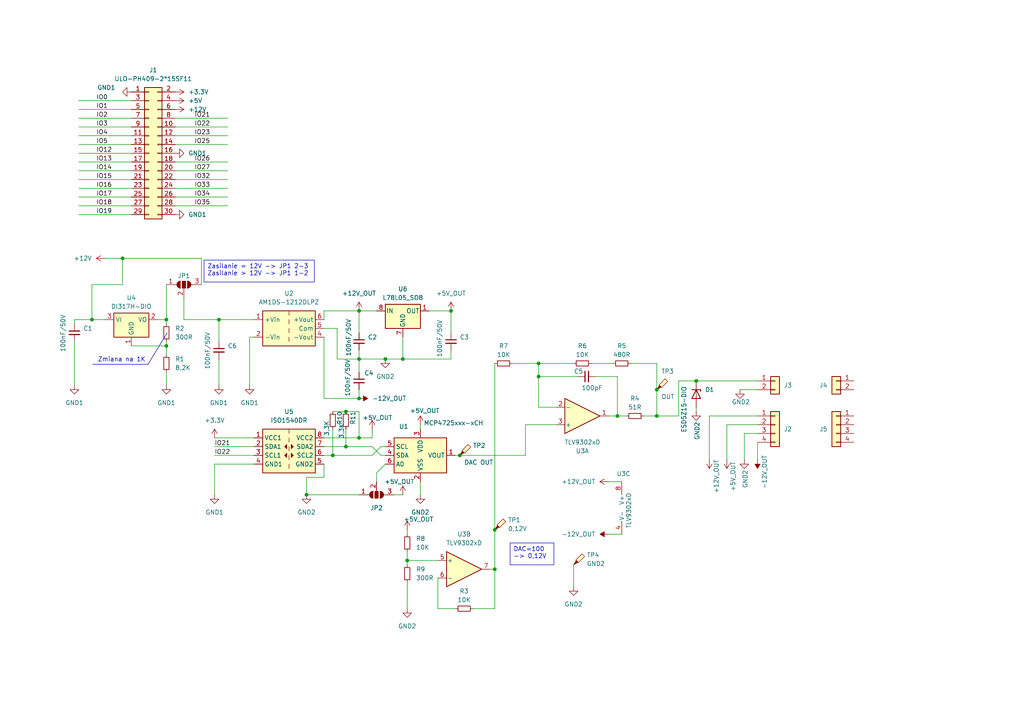
<source format=kicad_sch>
(kicad_sch (version 20231120) (generator "eeschema") (generator_version "8.0")
  (paper "A4")
  (title_block (title "OUT_0-10V") (date "2025-08-07") (rev "1.0.0") (company "Krzychoooo"))
  (lib_symbols
    (symbol "+12V_1" (power) (pin_numbers hide) (pin_names (offset 0) hide)
      (property "Value" "+12V" (at 0 3.556 0))
      (symbol "+12V_1_0_1"
        (polyline (pts (xy -0.762 1.27) (xy 0 2.54)))
        (polyline (pts (xy 0 0) (xy 0 2.54)))
        (polyline (pts (xy 0 2.54) (xy 0.762 1.27)))
      )
      (symbol "+12V_1_1_1"
        (pin power_in line (at 0 0 90) (length 0) (name "~") (number "1"))
      )
    )
    (symbol "+5V_1" (power) (pin_numbers hide) (pin_names (offset 0) hide)
      (property "Value" "+5V" (at 0 3.556 0))
      (symbol "+5V_1_0_1"
        (polyline (pts (xy -0.762 1.27) (xy 0 2.54)))
        (polyline (pts (xy 0 0) (xy 0 2.54)))
        (polyline (pts (xy 0 2.54) (xy 0.762 1.27)))
      )
      (symbol "+5V_1_1_1"
        (pin power_in line (at 0 0 90) (length 0) (name "~") (number "1"))
      )
    )
    (symbol "Amplifier_Operational:TLV9302xD" (pin_names (offset 0.127))
      (property "Reference" "U" (at 0 5.08 0))
      (property "Value" "TLV9302xD" (at 0 -5.08 0))
      (symbol "TLV9302xD_1_1"
        (polyline (pts (xy -5.08 5.08) (xy 5.08 0) (xy -5.08 -5.08) (xy -5.08 5.08)) (stroke (width 0.254)) (fill (type background)))
        (pin output line (at 7.62 0 180) (length 2.54) (name "~") (number "1"))
        (pin input line (at -7.62 -2.54 0) (length 2.54) (name "-") (number "2"))
        (pin input line (at -7.62 2.54 0) (length 2.54) (name "+") (number "3"))
      )
      (symbol "TLV9302xD_2_1"
        (polyline (pts (xy -5.08 5.08) (xy 5.08 0) (xy -5.08 -5.08) (xy -5.08 5.08)) (stroke (width 0.254)) (fill (type background)))
        (pin input line (at -7.62 2.54 0) (length 2.54) (name "+") (number "5"))
        (pin input line (at -7.62 -2.54 0) (length 2.54) (name "-") (number "6"))
        (pin output line (at 7.62 0 180) (length 2.54) (name "~") (number "7"))
      )
      (symbol "TLV9302xD_3_1"
        (pin power_in line (at -2.54 -7.62 90) (length 3.81) (name "V-") (number "4"))
        (pin power_in line (at -2.54 7.62 270) (length 3.81) (name "V+") (number "8"))
      )
    )
    (symbol "Analog_DAC:MCP4725xxx-xCH"
      (property "Reference" "U" (at -6.35 6.35 0))
      (property "Value" "MCP4725xxx-xCH" (at 8.89 6.35 0))
      (symbol "MCP4725xxx-xCH_0_1"
        (rectangle (start -7.62 5.08) (end 7.62 -5.08) (stroke (width 0.254)) (fill (type background)))
      )
      (symbol "MCP4725xxx-xCH_1_1"
        (pin output line (at 10.16 0 180) (length 2.54) (name "VOUT") (number "1"))
        (pin power_in line (at 0 -7.62 90) (length 2.54) (name "VSS") (number "2"))
        (pin power_in line (at 0 7.62 270) (length 2.54) (name "VDD") (number "3"))
        (pin bidirectional line (at -10.16 0 0) (length 2.54) (name "SDA") (number "4"))
        (pin input line (at -10.16 2.54 0) (length 2.54) (name "SCL") (number "5"))
        (pin input line (at -10.16 -2.54 0) (length 2.54) (name "A0") (number "6"))
      )
    )
    (symbol "Connector:TestPoint_Probe" (pin_numbers hide) (pin_names (offset 0.762) hide)
      (property "Reference" "TP" (at 1.651 5.842 0))
      (property "Value" "TestPoint_Probe" (at 1.651 4.064 0))
      (symbol "TestPoint_Probe_0_1"
        (polyline (pts (xy 1.27 0.762) (xy 0 0) (xy 0.762 1.27) (xy 1.27 0.762)) (fill (type outline)))
        (polyline (pts (xy 1.397 0.635) (xy 0.635 1.397) (xy 2.413 3.175) (xy 3.175 2.413) (xy 1.397 0.635)) (fill (type background)))
      )
      (symbol "TestPoint_Probe_1_1"
        (pin passive line (at 0 0 90) (length 0) (name "1") (number "1"))
      )
    )
    (symbol "Connector_Generic:Conn_01x02" (pin_names (offset 1.016) hide)
      (property "Reference" "J" (at 0 2.54 0))
      (property "Value" "Conn_01x02" (at 0 -5.08 0))
      (symbol "Conn_01x02_1_1"
        (rectangle (start -1.27 -2.413) (end 0 -2.667) (stroke (width 0.1524)))
        (rectangle (start -1.27 0.127) (end 0 -0.127) (stroke (width 0.1524)))
        (rectangle (start -1.27 1.27) (end 1.27 -3.81) (stroke (width 0.254)) (fill (type background)))
        (pin passive line (at -5.08 0 0) (length 3.81) (name "Pin_1") (number "1"))
        (pin passive line (at -5.08 -2.54 0) (length 3.81) (name "Pin_2") (number "2"))
      )
    )
    (symbol "Connector_Generic:Conn_01x04" (pin_names (offset 1.016) hide)
      (property "Reference" "J" (at 0 5.08 0))
      (property "Value" "Conn_01x04" (at 0 -7.62 0))
      (symbol "Conn_01x04_1_1"
        (rectangle (start -1.27 -4.953) (end 0 -5.207) (stroke (width 0.1524)))
        (rectangle (start -1.27 -2.413) (end 0 -2.667) (stroke (width 0.1524)))
        (rectangle (start -1.27 0.127) (end 0 -0.127) (stroke (width 0.1524)))
        (rectangle (start -1.27 2.667) (end 0 2.413) (stroke (width 0.1524)))
        (rectangle (start -1.27 3.81) (end 1.27 -6.35) (stroke (width 0.254)) (fill (type background)))
        (pin passive line (at -5.08 2.54 0) (length 3.81) (name "Pin_1") (number "1"))
        (pin passive line (at -5.08 0 0) (length 3.81) (name "Pin_2") (number "2"))
        (pin passive line (at -5.08 -2.54 0) (length 3.81) (name "Pin_3") (number "3"))
        (pin passive line (at -5.08 -5.08 0) (length 3.81) (name "Pin_4") (number "4"))
      )
    )
    (symbol "Connector_Generic:Conn_02x15_Odd_Even" (pin_names (offset 1.016) hide)
      (property "Reference" "J" (at 1.27 20.32 0))
      (property "Value" "Conn_02x15_Odd_Even" (at 1.27 -20.32 0))
      (symbol "Conn_02x15_Odd_Even_1_1"
        (rectangle (start -1.27 -17.653) (end 0 -17.907) (stroke (width 0.1524)))
        (rectangle (start -1.27 -15.113) (end 0 -15.367) (stroke (width 0.1524)))
        (rectangle (start -1.27 -12.573) (end 0 -12.827) (stroke (width 0.1524)))
        (rectangle (start -1.27 -10.033) (end 0 -10.287) (stroke (width 0.1524)))
        (rectangle (start -1.27 -7.493) (end 0 -7.747) (stroke (width 0.1524)))
        (rectangle (start -1.27 -4.953) (end 0 -5.207) (stroke (width 0.1524)))
        (rectangle (start -1.27 -2.413) (end 0 -2.667) (stroke (width 0.1524)))
        (rectangle (start -1.27 0.127) (end 0 -0.127) (stroke (width 0.1524)))
        (rectangle (start -1.27 2.667) (end 0 2.413) (stroke (width 0.1524)))
        (rectangle (start -1.27 5.207) (end 0 4.953) (stroke (width 0.1524)))
        (rectangle (start -1.27 7.747) (end 0 7.493) (stroke (width 0.1524)))
        (rectangle (start -1.27 10.287) (end 0 10.033) (stroke (width 0.1524)))
        (rectangle (start -1.27 12.827) (end 0 12.573) (stroke (width 0.1524)))
        (rectangle (start -1.27 15.367) (end 0 15.113) (stroke (width 0.1524)))
        (rectangle (start -1.27 17.907) (end 0 17.653) (stroke (width 0.1524)))
        (rectangle (start -1.27 19.05) (end 3.81 -19.05) (stroke (width 0.254)) (fill (type background)))
        (rectangle (start 3.81 -17.653) (end 2.54 -17.907) (stroke (width 0.1524)))
        (rectangle (start 3.81 -15.113) (end 2.54 -15.367) (stroke (width 0.1524)))
        (rectangle (start 3.81 -12.573) (end 2.54 -12.827) (stroke (width 0.1524)))
        (rectangle (start 3.81 -10.033) (end 2.54 -10.287) (stroke (width 0.1524)))
        (rectangle (start 3.81 -7.493) (end 2.54 -7.747) (stroke (width 0.1524)))
        (rectangle (start 3.81 -4.953) (end 2.54 -5.207) (stroke (width 0.1524)))
        (rectangle (start 3.81 -2.413) (end 2.54 -2.667) (stroke (width 0.1524)))
        (rectangle (start 3.81 0.127) (end 2.54 -0.127) (stroke (width 0.1524)))
        (rectangle (start 3.81 2.667) (end 2.54 2.413) (stroke (width 0.1524)))
        (rectangle (start 3.81 5.207) (end 2.54 4.953) (stroke (width 0.1524)))
        (rectangle (start 3.81 7.747) (end 2.54 7.493) (stroke (width 0.1524)))
        (rectangle (start 3.81 10.287) (end 2.54 10.033) (stroke (width 0.1524)))
        (rectangle (start 3.81 12.827) (end 2.54 12.573) (stroke (width 0.1524)))
        (rectangle (start 3.81 15.367) (end 2.54 15.113) (stroke (width 0.1524)))
        (rectangle (start 3.81 17.907) (end 2.54 17.653) (stroke (width 0.1524)))
        (pin passive line (at -5.08 17.78 0) (length 3.81) (name "Pin_1") (number "1"))
        (pin passive line (at 7.62 7.62 180) (length 3.81) (name "Pin_10") (number "10"))
        (pin passive line (at -5.08 5.08 0) (length 3.81) (name "Pin_11") (number "11"))
        (pin passive line (at 7.62 5.08 180) (length 3.81) (name "Pin_12") (number "12"))
        (pin passive line (at -5.08 2.54 0) (length 3.81) (name "Pin_13") (number "13"))
        (pin passive line (at 7.62 2.54 180) (length 3.81) (name "Pin_14") (number "14"))
        (pin passive line (at -5.08 0 0) (length 3.81) (name "Pin_15") (number "15"))
        (pin passive line (at 7.62 0 180) (length 3.81) (name "Pin_16") (number "16"))
        (pin passive line (at -5.08 -2.54 0) (length 3.81) (name "Pin_17") (number "17"))
        (pin passive line (at 7.62 -2.54 180) (length 3.81) (name "Pin_18") (number "18"))
        (pin passive line (at -5.08 -5.08 0) (length 3.81) (name "Pin_19") (number "19"))
        (pin passive line (at 7.62 17.78 180) (length 3.81) (name "Pin_2") (number "2"))
        (pin passive line (at 7.62 -5.08 180) (length 3.81) (name "Pin_20") (number "20"))
        (pin passive line (at -5.08 -7.62 0) (length 3.81) (name "Pin_21") (number "21"))
        (pin passive line (at 7.62 -7.62 180) (length 3.81) (name "Pin_22") (number "22"))
        (pin passive line (at -5.08 -10.16 0) (length 3.81) (name "Pin_23") (number "23"))
        (pin passive line (at 7.62 -10.16 180) (length 3.81) (name "Pin_24") (number "24"))
        (pin passive line (at -5.08 -12.7 0) (length 3.81) (name "Pin_25") (number "25"))
        (pin passive line (at 7.62 -12.7 180) (length 3.81) (name "Pin_26") (number "26"))
        (pin passive line (at -5.08 -15.24 0) (length 3.81) (name "Pin_27") (number "27"))
        (pin passive line (at 7.62 -15.24 180) (length 3.81) (name "Pin_28") (number "28"))
        (pin passive line (at -5.08 -17.78 0) (length 3.81) (name "Pin_29") (number "29"))
        (pin passive line (at -5.08 15.24 0) (length 3.81) (name "Pin_3") (number "3"))
        (pin passive line (at 7.62 -17.78 180) (length 3.81) (name "Pin_30") (number "30"))
        (pin passive line (at 7.62 15.24 180) (length 3.81) (name "Pin_4") (number "4"))
        (pin passive line (at -5.08 12.7 0) (length 3.81) (name "Pin_5") (number "5"))
        (pin passive line (at 7.62 12.7 180) (length 3.81) (name "Pin_6") (number "6"))
        (pin passive line (at -5.08 10.16 0) (length 3.81) (name "Pin_7") (number "7"))
        (pin passive line (at 7.62 10.16 180) (length 3.81) (name "Pin_8") (number "8"))
        (pin passive line (at -5.08 7.62 0) (length 3.81) (name "Pin_9") (number "9"))
      )
    )
    (symbol "Converter_DCDC:TMA-1212D"
      (property "Reference" "U" (at -6.35 6.35 0))
      (property "Value" "TMA-1212D" (at 2.54 6.35 0))
      (symbol "TMA-1212D_0_1"
        (rectangle (start -7.62 5.08) (end 7.62 -5.08) (stroke (width 0.254)) (fill (type background)))
        (polyline (pts (xy 0 -2.54) (xy 0 -3.81)))
        (polyline (pts (xy 0 0) (xy 0 -1.27)))
        (polyline (pts (xy 0 2.54) (xy 0 1.27)))
        (polyline (pts (xy 0 5.08) (xy 0 3.81)))
      )
      (symbol "TMA-1212D_1_1"
        (pin power_in line (at -10.16 2.54 0) (length 2.54) (name "+Vin") (number "1"))
        (pin power_in line (at -10.16 -2.54 0) (length 2.54) (name "-Vin") (number "2"))
        (pin power_out line (at 10.16 -2.54 180) (length 2.54) (name "-Vout") (number "4"))
        (pin power_out line (at 10.16 0 180) (length 2.54) (name "Com") (number "5"))
        (pin power_out line (at 10.16 2.54 180) (length 2.54) (name "+Vout") (number "6"))
      )
    )
    (symbol "Device:C_Small" (pin_numbers hide) (pin_names (offset 0.254) hide)
      (property "Reference" "C" (at 0.254 1.778 0))
      (property "Value" "C_Small" (at 0.254 -2.032 0))
      (symbol "C_Small_0_1"
        (polyline (pts (xy -1.524 -0.508) (xy 1.524 -0.508)) (stroke (width 0.3302)))
        (polyline (pts (xy -1.524 0.508) (xy 1.524 0.508)) (stroke (width 0.3048)))
      )
      (symbol "C_Small_1_1"
        (pin passive line (at 0 2.54 270) (length 2.032) (name "~") (number "1"))
        (pin passive line (at 0 -2.54 90) (length 2.032) (name "~") (number "2"))
      )
    )
    (symbol "Device:R_Small" (pin_numbers hide) (pin_names (offset 0.254) hide)
      (property "Reference" "R" (at 0.762 0.508 0))
      (property "Value" "R_Small" (at 0.762 -1.016 0))
      (symbol "R_Small_0_1"
        (rectangle (start -0.762 1.778) (end 0.762 -1.778) (stroke (width 0.2032)))
      )
      (symbol "R_Small_1_1"
        (pin passive line (at 0 2.54 270) (length 0.762) (name "~") (number "1"))
        (pin passive line (at 0 -2.54 90) (length 0.762) (name "~") (number "2"))
      )
    )
    (symbol "Diode:ESD5Zxx" (pin_numbers hide) (pin_names hide)
      (property "Reference" "D" (at 0 2.54 0))
      (property "Value" "ESD5Zxx" (at 0 -2.54 0))
      (symbol "ESD5Zxx_0_1"
        (polyline (pts (xy 1.27 0) (xy -1.27 0)))
        (polyline (pts (xy -1.27 -1.27) (xy -1.27 1.27) (xy -0.762 1.27)) (stroke (width 0.254)))
        (polyline (pts (xy 1.27 -1.27) (xy 1.27 1.27) (xy -1.27 0) (xy 1.27 -1.27)) (stroke (width 0.254)))
      )
      (symbol "ESD5Zxx_1_1"
        (pin passive line (at -3.81 0 0) (length 2.54) (name "K") (number "1"))
        (pin passive line (at 3.81 0 180) (length 2.54) (name "A") (number "2"))
      )
    )
    (symbol "Isolator:ISO1540"
      (property "Reference" "U" (at -6.35 6.35 0))
      (property "Value" "ISO1540" (at 3.81 6.35 0))
      (symbol "ISO1540_0_1"
        (rectangle (start -7.62 5.08) (end 7.62 -7.62) (stroke (width 0.254)) (fill (type background)))
        (rectangle (start 0 -5.08) (end 0 -6.35))
        (polyline (pts (xy 0 -2.54) (xy 0 -3.81)))
        (polyline (pts (xy 0 0) (xy 0 -1.27)))
        (polyline (pts (xy 0 2.54) (xy 0 1.27)))
        (polyline (pts (xy 0 5.08) (xy 0 3.81)))
        (polyline (pts (xy -0.635 0.635) (xy -1.27 0) (xy -0.635 -0.635) (xy -0.635 0.635)) (fill (type outline)))
        (polyline (pts (xy 0.635 -1.905) (xy 1.27 -2.54) (xy 0.635 -3.175) (xy 0.635 -1.905)) (fill (type outline)))
        (polyline (pts (xy 0.635 0.635) (xy 1.27 0) (xy 0.635 -0.635) (xy 0.635 0.635)) (fill (type outline)))
      )
      (symbol "ISO1540_1_1"
        (polyline (pts (xy -0.635 -1.905) (xy -1.27 -2.54) (xy -0.635 -3.175) (xy -0.635 -1.905)) (fill (type outline)))
        (pin power_in line (at -10.16 2.54 0) (length 2.54) (name "VCC1") (number "1"))
        (pin bidirectional line (at -10.16 0 0) (length 2.54) (name "SDA1") (number "2"))
        (pin bidirectional line (at -10.16 -2.54 0) (length 2.54) (name "SCL1") (number "3"))
        (pin power_in line (at -10.16 -5.08 0) (length 2.54) (name "GND1") (number "4"))
        (pin power_in line (at 10.16 -5.08 180) (length 2.54) (name "GND2") (number "5"))
        (pin bidirectional line (at 10.16 -2.54 180) (length 2.54) (name "SCL2") (number "6"))
        (pin bidirectional line (at 10.16 0 180) (length 2.54) (name "SDA2") (number "7"))
        (pin power_in line (at 10.16 2.54 180) (length 2.54) (name "VCC2") (number "8"))
      )
    )
    (symbol "Jumper:SolderJumper_3_Open" (pin_names (offset 0) hide) (exclude_from_sim yes) (in_bom no)
      (property "Reference" "JP" (at -2.54 -2.54 0))
      (property "Value" "SolderJumper_3_Open" (at 0 2.794 0))
      (symbol "SolderJumper_3_Open_0_1"
        (arc (start -1.016 1.016) (mid -2.0276 0) (end -1.016 -1.016))
        (arc (start -1.016 1.016) (mid -2.0276 0) (end -1.016 -1.016) (fill (type outline)))
        (rectangle (start -0.508 1.016) (end 0.508 -1.016) (fill (type outline)))
        (polyline (pts (xy -2.54 0) (xy -2.032 0)))
        (polyline (pts (xy -1.016 1.016) (xy -1.016 -1.016)))
        (polyline (pts (xy 0 -1.27) (xy 0 -1.016)))
        (polyline (pts (xy 1.016 1.016) (xy 1.016 -1.016)))
        (polyline (pts (xy 2.54 0) (xy 2.032 0)))
        (arc (start 1.016 -1.016) (mid 2.0276 0) (end 1.016 1.016))
        (arc (start 1.016 -1.016) (mid 2.0276 0) (end 1.016 1.016) (fill (type outline)))
      )
      (symbol "SolderJumper_3_Open_1_1"
        (pin passive line (at -5.08 0 0) (length 2.54) (name "A") (number "1"))
        (pin passive line (at 0 -3.81 90) (length 2.54) (name "C") (number "2"))
        (pin passive line (at 5.08 0 180) (length 2.54) (name "B") (number "3"))
      )
    )
    (symbol "Regulator_Linear:AMS1117-5.0"
      (property "Reference" "U" (at -3.81 3.175 0))
      (property "Value" "AMS1117-5.0" (at 0 3.175 0))
      (symbol "AMS1117-5.0_0_1"
        (rectangle (start -5.08 -5.08) (end 5.08 1.905) (stroke (width 0.254)) (fill (type background)))
      )
      (symbol "AMS1117-5.0_1_1"
        (pin power_in line (at 0 -7.62 90) (length 2.54) (name "GND") (number "1"))
        (pin power_out line (at 7.62 0 180) (length 2.54) (name "VO") (number "2"))
        (pin power_in line (at -7.62 0 0) (length 2.54) (name "VI") (number "3"))
      )
    )
    (symbol "Regulator_Linear:L78L05_SO8" (pin_names (offset 0.254))
      (property "Reference" "U" (at -3.81 3.175 0))
      (property "Value" "L78L05_SO8" (at 0 3.175 0))
      (symbol "L78L05_SO8_0_1"
        (rectangle (start -5.08 1.905) (end 5.08 -5.08) (stroke (width 0.254)) (fill (type background)))
      )
      (symbol "L78L05_SO8_1_1"
        (pin power_out line (at 7.62 0 180) (length 2.54) (name "OUT") (number "1"))
        (pin passive line (at 0 -7.62 90) (length 2.54) hide (name "GND") (number "2"))
        (pin passive line (at 0 -7.62 90) (length 2.54) hide (name "GND") (number "3"))
        (pin no_connect line (at -5.08 -2.54 0) (length 2.54) hide (name "NC") (number "4"))
        (pin no_connect line (at 5.08 -2.54 180) (length 2.54) hide (name "NC") (number "5"))
        (pin passive line (at 0 -7.62 90) (length 2.54) hide (name "GND") (number "6"))
        (pin power_in line (at 0 -7.62 90) (length 2.54) (name "GND") (number "7"))
        (pin power_in line (at -7.62 0 0) (length 2.54) (name "IN") (number "8"))
      )
    )
    (symbol "power:+12V" (power) (pin_names (offset 0))
      (property "Value" "+12V" (at 0 3.556 0))
      (symbol "+12V_0_1"
        (polyline (pts (xy -0.762 1.27) (xy 0 2.54)))
        (polyline (pts (xy 0 0) (xy 0 2.54)))
        (polyline (pts (xy 0 2.54) (xy 0.762 1.27)))
      )
      (symbol "+12V_1_1"
        (pin power_in line (at 0 0 90) (length 0) hide (name "+12V") (number "1"))
      )
    )
    (symbol "power:+3.3V" (power) (pin_names (offset 0))
      (property "Value" "+3.3V" (at 0 3.556 0))
      (symbol "+3.3V_0_1"
        (polyline (pts (xy -0.762 1.27) (xy 0 2.54)))
        (polyline (pts (xy 0 0) (xy 0 2.54)))
        (polyline (pts (xy 0 2.54) (xy 0.762 1.27)))
      )
      (symbol "+3.3V_1_1"
        (pin power_in line (at 0 0 90) (length 0) hide (name "+3.3V") (number "1"))
      )
    )
    (symbol "power:+5V" (power) (pin_names (offset 0))
      (property "Value" "+5V" (at 0 3.556 0))
      (symbol "+5V_0_1"
        (polyline (pts (xy -0.762 1.27) (xy 0 2.54)))
        (polyline (pts (xy 0 0) (xy 0 2.54)))
        (polyline (pts (xy 0 2.54) (xy 0.762 1.27)))
      )
      (symbol "+5V_1_1"
        (pin power_in line (at 0 0 90) (length 0) hide (name "+5V") (number "1"))
      )
    )
    (symbol "power:-12V" (power) (pin_numbers hide) (pin_names (offset 0) hide)
      (property "Value" "-12V" (at 0 3.556 0))
      (symbol "-12V_0_0"
        (pin power_in line (at 0 0 90) (length 0) (name "~") (number "1"))
      )
      (symbol "-12V_0_1"
        (polyline (pts (xy 0 0) (xy 0 1.27) (xy 0.762 1.27) (xy 0 2.54) (xy -0.762 1.27) (xy 0 1.27)) (fill (type outline)))
      )
    )
    (symbol "power:GND" (power) (pin_names (offset 0))
      (property "Value" "GND" (at 0 -3.81 0))
      (symbol "GND_0_1"
        (polyline (pts (xy 0 0) (xy 0 -1.27) (xy 1.27 -1.27) (xy 0 -2.54) (xy -1.27 -1.27) (xy 0 -1.27)))
      )
      (symbol "GND_1_1"
        (pin power_in line (at 0 0 270) (length 0) hide (name "GND") (number "1"))
      )
    )
    (symbol "power:GND1" (power) (pin_numbers hide) (pin_names (offset 0) hide)
      (property "Value" "GND1" (at 0 -3.81 0))
      (symbol "GND1_0_1"
        (polyline (pts (xy 0 0) (xy 0 -1.27) (xy 1.27 -1.27) (xy 0 -2.54) (xy -1.27 -1.27) (xy 0 -1.27)))
      )
      (symbol "GND1_1_1"
        (pin power_in line (at 0 0 270) (length 0) (name "~") (number "1"))
      )
    )
    (symbol "power:GND2" (power) (pin_numbers hide) (pin_names (offset 0) hide)
      (property "Value" "GND2" (at 0 -3.81 0))
      (symbol "GND2_0_1"
        (polyline (pts (xy 0 0) (xy 0 -1.27) (xy 1.27 -1.27) (xy 0 -2.54) (xy -1.27 -1.27) (xy 0 -1.27)))
      )
      (symbol "GND2_1_1"
        (pin power_in line (at 0 0 270) (length 0) (name "~") (number "1"))
      )
    )
  )
  (junction (at 201.93 110.49))
  (junction (at 88.9 143.51))
  (junction (at 179.07 120.65))
  (junction (at 116.84 104.14))
  (junction (at 143.51 153.67))
  (junction (at 104.14 104.14))
  (junction (at 100.33 129.54))
  (junction (at 96.52 132.08))
  (junction (at 35.56 74.93))
  (junction (at 156.21 109.22))
  (junction (at 156.21 105.41))
  (junction (at 143.51 165.1))
  (junction (at 48.26 100.33))
  (junction (at 63.5 92.71))
  (junction (at 118.11 162.56))
  (junction (at 190.5 120.65))
  (junction (at 190.5 113.03))
  (junction (at 48.26 92.71))
  (junction (at 100.33 119.38))
  (junction (at 133.35 132.08))
  (junction (at 130.81 90.17))
  (junction (at 104.14 90.17))
  (junction (at 104.14 115.57))
  (junction (at 26.67 92.71))
  (junction (at 104.14 127))
  (junction (at 111.76 104.14))
  (wire (pts (xy 22.86 29.21) (xy 38.1 29.21)))
  (wire (pts (xy 66.04 46.99) (xy 50.8 46.99)))
  (wire (pts (xy 22.86 34.29) (xy 38.1 34.29)))
  (wire (pts (xy 152.4 132.08) (xy 152.4 123.19)))
  (wire (pts (xy 133.35 132.08) (xy 152.4 132.08)))
  (wire (pts (xy 109.22 137.16) (xy 109.22 139.7)))
  (wire (pts (xy 48.26 100.33) (xy 48.26 102.87)))
  (wire (pts (xy 201.93 118.11) (xy 201.93 119.38)))
  (wire (pts (xy 22.86 39.37) (xy 38.1 39.37)))
  (wire (pts (xy 110.49 132.08) (xy 111.76 132.08)))
  (wire (pts (xy 26.67 92.71) (xy 26.67 82.55)))
  (wire (pts (xy 26.67 82.55) (xy 35.56 82.55)))
  (wire (pts (xy 118.11 162.56) (xy 118.11 163.83)))
  (wire (pts (xy 88.9 138.43) (xy 93.98 138.43)))
  (wire (pts (xy 190.5 113.03) (xy 190.5 120.65)))
  (wire (pts (xy 116.84 97.79) (xy 116.84 104.14)))
  (wire (pts (xy 210.82 123.19) (xy 219.71 123.19)))
  (wire (pts (xy 66.04 54.61) (xy 50.8 54.61)))
  (wire (pts (xy 22.86 49.53) (xy 38.1 49.53)))
  (wire (pts (xy 66.04 49.53) (xy 50.8 49.53)))
  (wire (pts (xy 100.33 119.38) (xy 104.14 119.38)))
  (wire (pts (xy 88.9 143.51) (xy 104.14 143.51)))
  (wire (pts (xy 93.98 134.62) (xy 93.98 138.43)))
  (wire (pts (xy 62.23 127) (xy 73.66 127)))
  (wire (pts (xy 156.21 109.22) (xy 167.64 109.22)))
  (wire (pts (xy 107.95 132.08) (xy 110.49 129.54)))
  (wire (pts (xy 48.26 82.55) (xy 48.26 92.71)))
  (wire (pts (xy 30.48 92.71) (xy 26.67 92.71)))
  (wire (pts (xy 66.04 59.69) (xy 50.8 59.69)))
  (wire (pts (xy 35.56 74.93) (xy 58.42 74.93)))
  (wire (pts (xy 118.11 162.56) (xy 127 162.56)))
  (wire (pts (xy 96.52 119.38) (xy 100.33 119.38)))
  (wire (pts (xy 219.71 128.27) (xy 219.71 133.35)))
  (wire (pts (xy 100.33 129.54) (xy 107.95 129.54)))
  (wire (pts (xy 148.59 105.41) (xy 156.21 105.41)))
  (wire (pts (xy 130.81 90.17) (xy 124.46 90.17)))
  (wire (pts (xy 121.92 123.19) (xy 121.92 124.46)))
  (wire (pts (xy 96.52 132.08) (xy 107.95 132.08)))
  (wire (pts (xy 93.98 95.25) (xy 97.79 95.25)))
  (wire (pts (xy 73.66 97.79) (xy 72.39 97.79)))
  (wire (pts (xy 104.14 115.57) (xy 93.98 115.57)))
  (wire (pts (xy 176.53 139.7) (xy 180.34 139.7)))
  (wire (pts (xy 62.23 129.54) (xy 73.66 129.54)))
  (wire (pts (xy 63.5 92.71) (xy 73.66 92.71)))
  (wire (pts (xy 22.86 44.45) (xy 38.1 44.45)))
  (wire (pts (xy 62.23 132.08) (xy 73.66 132.08)))
  (wire (pts (xy 118.11 168.91) (xy 118.11 176.53)))
  (wire (pts (xy 156.21 105.41) (xy 156.21 109.22)))
  (wire (pts (xy 22.86 52.07) (xy 38.1 52.07)))
  (wire (pts (xy 156.21 118.11) (xy 161.29 118.11)))
  (wire (pts (xy 171.45 105.41) (xy 177.8 105.41)))
  (wire (pts (xy 121.92 139.7) (xy 121.92 143.51)))
  (wire (pts (xy 114.3 143.51) (xy 116.84 143.51)))
  (wire (pts (xy 63.5 92.71) (xy 63.5 99.06)))
  (wire (pts (xy 22.86 54.61) (xy 38.1 54.61)))
  (wire (pts (xy 63.5 104.14) (xy 63.5 111.76)))
  (wire (pts (xy 22.86 62.23) (xy 38.1 62.23)))
  (wire (pts (xy 93.98 129.54) (xy 100.33 129.54)))
  (wire (pts (xy 53.34 92.71) (xy 63.5 92.71)))
  (wire (pts (xy 22.86 41.91) (xy 38.1 41.91)))
  (wire (pts (xy 58.42 82.55) (xy 58.42 74.93)))
  (wire (pts (xy 111.76 134.62) (xy 109.22 137.16)))
  (wire (pts (xy 48.26 93.98) (xy 48.26 92.71)))
  (wire (pts (xy 110.49 132.08) (xy 107.95 129.54)))
  (wire (pts (xy 143.51 105.41) (xy 143.51 153.67)))
  (wire (pts (xy 196.85 110.49) (xy 196.85 120.65)))
  (wire (pts (xy 22.86 46.99) (xy 38.1 46.99)))
  (wire (pts (xy 88.9 138.43) (xy 88.9 143.51)))
  (wire (pts (xy 93.98 127) (xy 104.14 127)))
  (wire (pts (xy 93.98 90.17) (xy 104.14 90.17)))
  (wire (pts (xy 176.53 120.65) (xy 179.07 120.65)))
  (wire (pts (xy 143.51 153.67) (xy 143.51 165.1)))
  (wire (pts (xy 205.74 133.35) (xy 205.74 120.65)))
  (wire (pts (xy 53.34 86.36) (xy 53.34 92.71)))
  (wire (pts (xy 156.21 105.41) (xy 166.37 105.41)))
  (wire (pts (xy 118.11 153.67) (xy 118.11 154.94)))
  (wire (pts (xy 35.56 82.55) (xy 35.56 74.93)))
  (wire (pts (xy 215.9 125.73) (xy 219.71 125.73)))
  (wire (pts (xy 210.82 133.35) (xy 210.82 123.19)))
  (wire (pts (xy 62.23 143.51) (xy 62.23 134.62)))
  (wire (pts (xy 66.04 39.37) (xy 50.8 39.37)))
  (wire (pts (xy 104.14 104.14) (xy 111.76 104.14)))
  (polyline (pts (xy 26.924 105.664) (xy 42.926 105.664)))
  (wire (pts (xy 66.04 57.15) (xy 50.8 57.15)))
  (wire (pts (xy 215.9 133.35) (xy 215.9 125.73)))
  (wire (pts (xy 22.86 31.75) (xy 38.1 31.75)))
  (wire (pts (xy 38.1 100.33) (xy 48.26 100.33)))
  (wire (pts (xy 21.59 92.71) (xy 26.67 92.71)))
  (wire (pts (xy 127 176.53) (xy 127 167.64)))
  (wire (pts (xy 110.49 129.54) (xy 111.76 129.54)))
  (wire (pts (xy 21.59 93.98) (xy 21.59 92.71)))
  (wire (pts (xy 205.74 120.65) (xy 219.71 120.65)))
  (wire (pts (xy 104.14 119.38) (xy 104.14 127)))
  (wire (pts (xy 107.95 124.46) (xy 107.95 127)))
  (wire (pts (xy 190.5 105.41) (xy 190.5 113.03)))
  (polyline (pts (xy 42.926 105.664) (xy 48.514 96.52)))
  (wire (pts (xy 116.84 104.14) (xy 111.76 104.14)))
  (wire (pts (xy 132.08 176.53) (xy 127 176.53)))
  (wire (pts (xy 130.81 96.52) (xy 130.81 90.17)))
  (wire (pts (xy 186.69 120.65) (xy 190.5 120.65)))
  (wire (pts (xy 104.14 101.6) (xy 104.14 104.14)))
  (wire (pts (xy 22.86 57.15) (xy 38.1 57.15)))
  (wire (pts (xy 30.48 74.93) (xy 35.56 74.93)))
  (wire (pts (xy 93.98 132.08) (xy 96.52 132.08)))
  (wire (pts (xy 66.04 52.07) (xy 50.8 52.07)))
  (wire (pts (xy 143.51 165.1) (xy 143.51 176.53)))
  (wire (pts (xy 62.23 134.62) (xy 73.66 134.62)))
  (wire (pts (xy 66.04 36.83) (xy 50.8 36.83)))
  (wire (pts (xy 143.51 165.1) (xy 142.24 165.1)))
  (wire (pts (xy 143.51 176.53) (xy 137.16 176.53)))
  (wire (pts (xy 179.07 109.22) (xy 179.07 120.65)))
  (wire (pts (xy 182.88 105.41) (xy 190.5 105.41)))
  (wire (pts (xy 104.14 90.17) (xy 109.22 90.17)))
  (wire (pts (xy 132.08 132.08) (xy 133.35 132.08)))
  (wire (pts (xy 100.33 124.46) (xy 100.33 129.54)))
  (wire (pts (xy 196.85 120.65) (xy 190.5 120.65)))
  (wire (pts (xy 66.04 34.29) (xy 50.8 34.29)))
  (wire (pts (xy 104.14 113.03) (xy 104.14 115.57)))
  (wire (pts (xy 97.79 95.25) (xy 97.79 104.14)))
  (wire (pts (xy 130.81 104.14) (xy 116.84 104.14)))
  (wire (pts (xy 118.11 160.02) (xy 118.11 162.56)))
  (wire (pts (xy 48.26 100.33) (xy 48.26 99.06)))
  (wire (pts (xy 104.14 96.52) (xy 104.14 90.17)))
  (wire (pts (xy 66.04 41.91) (xy 50.8 41.91)))
  (wire (pts (xy 72.39 97.79) (xy 72.39 111.76)))
  (wire (pts (xy 152.4 123.19) (xy 161.29 123.19)))
  (wire (pts (xy 156.21 109.22) (xy 156.21 118.11)))
  (wire (pts (xy 21.59 99.06) (xy 21.59 111.76)))
  (wire (pts (xy 130.81 101.6) (xy 130.81 104.14)))
  (wire (pts (xy 179.07 120.65) (xy 181.61 120.65)))
  (wire (pts (xy 201.93 110.49) (xy 219.71 110.49)))
  (wire (pts (xy 96.52 124.46) (xy 96.52 132.08)))
  (wire (pts (xy 104.14 127) (xy 107.95 127)))
  (wire (pts (xy 93.98 92.71) (xy 93.98 90.17)))
  (wire (pts (xy 201.93 110.49) (xy 196.85 110.49)))
  (wire (pts (xy 166.37 163.83) (xy 166.37 170.18)))
  (wire (pts (xy 214.63 113.03) (xy 219.71 113.03)))
  (wire (pts (xy 97.79 104.14) (xy 104.14 104.14)))
  (wire (pts (xy 22.86 59.69) (xy 38.1 59.69)))
  (wire (pts (xy 48.26 92.71) (xy 45.72 92.71)))
  (wire (pts (xy 176.53 154.94) (xy 180.34 154.94)))
  (wire (pts (xy 22.86 36.83) (xy 38.1 36.83)))
  (wire (pts (xy 48.26 107.95) (xy 48.26 111.76)))
  (wire (pts (xy 104.14 104.14) (xy 104.14 107.95)))
  (wire (pts (xy 93.98 115.57) (xy 93.98 97.79)))
  (wire (pts (xy 172.72 109.22) (xy 179.07 109.22)))
  (text_box "Zasilanie = 12V -> JP1 2-3\nZasilanie > 12V -> JP1 1-2" (at 59.182 75.438 0) (size 32.004 6.35) (effects (font (size 1.27 1.27)) (justify left top)))
  (text_box "DAC=100 -> 0,12V" (at 147.955 157.48 0) (size 12.7 6.35) (effects (font (size 1.27 1.27)) (justify left top)))
  (text "Zmiana na 1K" (at 35.306 104.394 0) (effects (font (size 1.27 1.27))))
  (label "IO35" (at 60.96 59.69 180))
  (label "IO2" (at 27.94 34.29 0))
  (label "IO26" (at 60.96 46.99 180))
  (label "IO4" (at 27.94 39.37 0))
  (label "IO34" (at 60.96 57.15 180))
  (label "IO0" (at 27.94 29.21 0))
  (label "IO5" (at 27.94 41.91 0))
  (label "IO33" (at 60.96 54.61 180))
  (label "IO1" (at 27.94 31.75 0))
  (label "IO15" (at 27.94 52.07 0))
  (label "IO13" (at 27.94 46.99 0))
  (label "IO18" (at 27.94 59.69 0))
  (label "IO17" (at 27.94 57.15 0))
  (label "IO14" (at 27.94 49.53 0))
  (label "IO16" (at 27.94 54.61 0))
  (label "IO22" (at 60.96 36.83 180))
  (label "IO32" (at 60.96 52.07 180))
  (label "IO23" (at 60.96 39.37 180))
  (label "IO21" (at 60.96 34.29 180))
  (label "IO25" (at 60.96 41.91 180))
  (label "IO27" (at 60.96 49.53 180))
  (label "IO3" (at 27.94 36.83 0))
  (label "IO21" (at 62.23 129.54 0))
  (label "IO12" (at 27.94 44.45 0))
  (label "IO19" (at 27.94 62.23 0))
  (label "IO22" (at 62.23 132.08 0))
  (symbol (lib_id "Analog_DAC:MCP4725xxx-xCH") (at 121.92 132.08 0) (unit 1)
    (property "Reference" "U1" (at 117.094 123.698 0))
    (property "Value" "MCP4725xxx-xCH" (at 131.572 122.682 0))
    (property "Footprint" "Package_TO_SOT_SMD:SOT-23-6" (effects (hide yes)))
    (property "Datasheet" "http://ww1.microchip.com/downloads/en/DeviceDoc/22039d.pdf" (effects (hide yes)))
    (property "Description" "12-bit Digital-to-Analog Converter, integrated EEPROM, I2C interface, SOT-23-6" (effects (hide yes)))
    (property "TME" "MCP4725A0T-E/CH" (effects (hide yes)))
    (property "cena" "5" (effects (hide yes)))
  )
  (symbol (lib_id "power:GND1") (at 21.59 111.76 0) (unit 1)
    (property "Reference" "#PWR010" (effects (hide yes)))
    (property "Value" "GND1" (at 21.59 116.84 0))
    (property "Description" "Power symbol creates a global label with name \"GND1\" , ground" (effects (hide yes)))
  )
  (symbol (lib_id "Device:R_Small") (at 100.33 121.92 180) (unit 1)
    (property "Reference" "R11" (at 102.362 123.19 90) (effects (justify right)))
    (property "Value" "3,3K" (at 99.06 127.254 90) (effects (justify right)))
    (property "Footprint" "Resistor_SMD:R_0603_1608Metric" (effects (hide yes)))
    (property "Description" "Resistor, small symbol" (effects (hide yes)))
    (property "TME" "0603SAF3301T5E" (effects (hide yes)))
    (property "cena" "0,004" (effects (hide yes)))
  )
  (symbol (lib_id "Amplifier_Operational:TLV9302xD") (at 182.88 147.32 0) (unit 3)
    (property "Reference" "U3" (at 180.848 137.414 0))
    (property "Value" "TLV9302xD" (at 182.372 148.082 90))
    (property "Footprint" "Package_SO:SOIC-8_3.9x4.9mm_P1.27mm" (effects (hide yes)))
    (property "Datasheet" "https://www.ti.com/lit/ds/symlink/tlv9302.pdf" (effects (hide yes)))
    (property "Description" "40-V, 1-MHz, RRO Operational Amplifiers for Cost-Sensitive Systems, SOIC-8" (effects (hide yes)))
    (property "TME" "TLV9302IDR" (effects (hide yes)))
    (property "cena" "1,6" (effects (hide yes)))
  )
  (symbol (lib_id "power:GND2") (at 201.93 119.38 0) (unit 1)
    (property "Reference" "#PWR033" (effects (hide yes)))
    (property "Value" "GND2" (at 202.184 124.968 90))
    (property "Description" "Power symbol creates a global label with name \"GND2\" , ground" (effects (hide yes)))
  )
  (symbol (lib_id "Device:C_Small") (at 63.5 101.6 0) (unit 1)
    (property "Reference" "C6" (at 66.04 100.3362 0) (effects (justify left)))
    (property "Value" "100nF/50V" (at 60.198 107.188 90) (effects (justify left)))
    (property "Footprint" "Capacitor_SMD:C_0603_1608Metric" (effects (hide yes)))
    (property "Description" "Unpolarized capacitor, small symbol" (effects (hide yes)))
    (property "TME" "0603B104K500CT" (effects (hide yes)))
    (property "cena" "0,009" (effects (hide yes)))
  )
  (symbol (lib_id "Device:R_Small") (at 180.34 105.41 90) (unit 1)
    (property "Reference" "R5" (at 180.34 100.33 90))
    (property "Value" "480R" (at 180.34 102.87 90))
    (property "Footprint" "Resistor_SMD:R_0603_1608Metric" (effects (hide yes)))
    (property "Description" "Resistor, small symbol" (effects (hide yes)))
    (property "TME" "SMD0603-470R-1%" (effects (hide yes)))
    (property "cena" "0,005" (effects (hide yes)))
  )
  (symbol (lib_id "Isolator:ISO1540") (at 83.82 129.54 0) (unit 1)
    (property "Reference" "U5" (at 83.82 119.38 0))
    (property "Value" "ISO1540DR" (at 83.82 121.92 0))
    (property "Footprint" "Package_SO:SOIC-8_3.9x4.9mm_P1.27mm" (effects (hide yes)))
    (property "Datasheet" "http://www.ti.com/lit/ds/symlink/iso1541.pdf" (effects (hide yes)))
    (property "Description" "I2C Isolator, 2.5 kVrms, Bidirectional clock and data, SOIC-8" (effects (hide yes)))
    (property "TME" "ISO1540DR" (effects (hide yes)))
    (property "cena" "11,5" (effects (hide yes)))
  )
  (symbol (lib_id "Connector:TestPoint_Probe") (at 143.51 153.67 0) (unit 1)
    (property "Reference" "TP1" (at 147.32 150.8124 0) (effects (justify left)))
    (property "Value" "0,12V" (at 147.32 153.3524 0) (effects (justify left)))
    (property "Footprint" "TestPoint:TestPoint_THTPad_1.5x1.5mm_Drill0.7mm" (effects (hide yes)))
    (property "Description" "test point (alternative probe-style design)" (effects (hide yes)))
  )
  (symbol (lib_name "+5V_1") (lib_id "power:+5V") (at 130.81 90.17 0) (unit 1)
    (property "Reference" "#PWR015" (effects (hide yes)))
    (property "Value" "+5V_OUT" (at 130.81 85.09 0))
    (property "Description" "Power symbol creates a global label with name \"+5V\"" (effects (hide yes)))
  )
  (symbol (lib_id "Device:R_Small") (at 134.62 176.53 90) (unit 1)
    (property "Reference" "R3" (at 134.62 171.45 90))
    (property "Value" "10K" (at 134.62 173.99 90))
    (property "Footprint" "Resistor_SMD:R_0603_1608Metric" (effects (hide yes)))
    (property "Description" "Resistor, small symbol" (effects (hide yes)))
    (property "TME" "SMD0603-10K-1%" (effects (hide yes)))
    (property "cena" "0,004" (effects (hide yes)))
  )
  (symbol (lib_id "power:GND2") (at 166.37 170.18 0) (unit 1)
    (property "Reference" "#PWR025" (effects (hide yes)))
    (property "Value" "GND2" (at 166.37 175.26 0))
    (property "Description" "Power symbol creates a global label with name \"GND2\" , ground" (effects (hide yes)))
  )
  (symbol (lib_id "Connector_Generic:Conn_01x04") (at 224.79 123.19 0) (unit 1)
    (property "Reference" "J2" (at 227.33 124.4599 0) (effects (justify left)))
    (property "Value" "OQ0412500000G" (effects (hide yes)))
    (property "Footprint" "degson:15EDGVC-3.5-04P" (effects (hide yes)))
    (property "Description" "Generic connector, single row, 01x04, script generated (kicad-library-utils/schlib/autogen/connector/)" (effects (hide yes)))
    (property "TME" "OQ0412500000G" (effects (hide yes)))
    (property "cena" "2" (effects (hide yes)))
  )
  (symbol (lib_id "power:+3.3V") (at 50.8 26.67 270) (unit 1)
    (property "Reference" "#PWR02" (effects (hide yes)))
    (property "Value" "+3.3V" (at 54.61 26.67 90) (effects (justify left)))
  )
  (symbol (lib_id "power:-12V") (at 104.14 115.57 270) (unit 1)
    (property "Reference" "#PWR016" (effects (hide yes)))
    (property "Value" "-12V_OUT" (at 107.95 115.5699 90) (effects (justify left)))
    (property "Description" "Power symbol creates a global label with name \"-12V\"" (effects (hide yes)))
  )
  (symbol (lib_id "Amplifier_Operational:TLV9302xD") (at 168.91 120.65 0) (mirror x) (unit 1)
    (property "Reference" "U3" (at 168.91 130.81 0))
    (property "Value" "TLV9302xD" (at 168.91 128.27 0))
    (property "Footprint" "Package_SO:SOIC-8_3.9x4.9mm_P1.27mm" (effects (hide yes)))
    (property "Datasheet" "https://www.ti.com/lit/ds/symlink/tlv9302.pdf" (effects (hide yes)))
    (property "Description" "40-V, 1-MHz, RRO Operational Amplifiers for Cost-Sensitive Systems, SOIC-8" (effects (hide yes)))
    (property "TME" "TLV9302IDR" (effects (hide yes)))
    (property "cena" "1,6" (effects (hide yes)))
  )
  (symbol (lib_id "Device:R_Small") (at 48.26 105.41 0) (unit 1)
    (property "Reference" "R1" (at 50.8 104.1399 0) (effects (justify left)))
    (property "Value" "8,2K" (at 50.8 106.6799 0) (effects (justify left)))
    (property "Footprint" "Resistor_SMD:R_0603_1608Metric" (effects (hide yes)))
    (property "Description" "Resistor, small symbol" (effects (hide yes)))
    (property "TME" "WR06X8201FTL" (effects (hide yes)))
    (property "cena" "0,007" (effects (hide yes)))
  )
  (symbol (lib_id "power:GND2") (at 121.92 143.51 0) (unit 1)
    (property "Reference" "#PWR019" (effects (hide yes)))
    (property "Value" "GND2" (at 121.92 148.59 0))
    (property "Description" "Power symbol creates a global label with name \"GND2\" , ground" (effects (hide yes)))
  )
  (symbol (lib_id "power:GND2") (at 111.76 104.14 0) (unit 1)
    (property "Reference" "#PWR013" (effects (hide yes)))
    (property "Value" "GND2" (at 111.76 109.22 0))
    (property "Description" "Power symbol creates a global label with name \"GND2\" , ground" (effects (hide yes)))
  )
  (symbol (lib_name "+5V_1") (lib_id "power:+5V") (at 121.92 123.19 0) (unit 1)
    (property "Reference" "#PWR021" (effects (hide yes)))
    (property "Value" "+5V_OUT" (at 123.19 119.126 0))
    (property "Description" "Power symbol creates a global label with name \"+5V\"" (effects (hide yes)))
  )
  (symbol (lib_id "Device:C_Small") (at 170.18 109.22 90) (unit 1)
    (property "Reference" "C5" (at 169.164 107.696 90) (effects (justify left)))
    (property "Value" "100pF" (at 174.752 112.522 90) (effects (justify left)))
    (property "Footprint" "Capacitor_SMD:C_0603_1608Metric" (effects (hide yes)))
    (property "Description" "Unpolarized capacitor, small symbol" (effects (hide yes)))
    (property "TME" "0603N101J500CT" (effects (hide yes)))
    (property "cena" "0,018" (effects (hide yes)))
  )
  (symbol (lib_id "Device:R_Small") (at 168.91 105.41 90) (unit 1)
    (property "Reference" "R6" (at 168.91 100.33 90))
    (property "Value" "10K" (at 168.91 102.87 90))
    (property "Footprint" "Resistor_SMD:R_0603_1608Metric" (effects (hide yes)))
    (property "Description" "Resistor, small symbol" (effects (hide yes)))
    (property "TME" "SMD0603-10K-1%" (effects (hide yes)))
    (property "cena" "0,004" (effects (hide yes)))
  )
  (symbol (lib_id "Device:R_Small") (at 48.26 96.52 0) (unit 1)
    (property "Reference" "R2" (at 50.8 95.2499 0) (effects (justify left)))
    (property "Value" "300R" (at 50.8 97.7899 0) (effects (justify left)))
    (property "Footprint" "Resistor_SMD:R_0603_1608Metric" (effects (hide yes)))
    (property "Description" "Resistor, small symbol" (effects (hide yes)))
    (property "TME" "0603SAF3000T5E" (effects (hide yes)))
    (property "cena" "0,01" (effects (hide yes)))
  )
  (symbol (lib_id "Device:C_Small") (at 104.14 99.06 0) (unit 1)
    (property "Reference" "C2" (at 106.68 97.7962 0) (effects (justify left)))
    (property "Value" "100nF/50V" (at 101.092 103.378 90) (effects (justify left)))
    (property "Footprint" "Capacitor_SMD:C_0603_1608Metric" (effects (hide yes)))
    (property "Description" "Unpolarized capacitor, small symbol" (effects (hide yes)))
    (property "TME" "0603B104K500CT" (effects (hide yes)))
    (property "cena" "0,009" (effects (hide yes)))
  )
  (symbol (lib_id "Device:R_Small") (at 184.15 120.65 90) (unit 1)
    (property "Reference" "R4" (at 184.15 115.57 90))
    (property "Value" "51R" (at 184.15 118.11 90))
    (property "Footprint" "Resistor_SMD:R_0603_1608Metric" (effects (hide yes)))
    (property "Description" "Resistor, small symbol" (effects (hide yes)))
    (property "TME" "0603SAJ0510T5E" (effects (hide yes)))
    (property "cena" "0,005" (effects (hide yes)))
  )
  (symbol (lib_id "power:-12V") (at 219.71 133.35 180) (unit 1)
    (property "Reference" "#PWR029" (effects (hide yes)))
    (property "Value" "-12V_OUT" (at 221.742 136.906 90))
    (property "Description" "Power symbol creates a global label with name \"-12V\"" (effects (hide yes)))
  )
  (symbol (lib_id "power:+5V") (at 50.8 29.21 270) (unit 1)
    (property "Reference" "#PWR03" (effects (hide yes)))
    (property "Value" "+5V" (at 54.61 29.21 90) (effects (justify left)))
  )
  (symbol (lib_id "Connector_Generic:Conn_02x15_Odd_Even") (at 43.18 44.45 0) (unit 1)
    (property "Reference" "J1" (at 44.45 20.32 0))
    (property "Value" "ULO-PH409-2*15SF11" (at 44.45 22.86 0))
    (property "Footprint" "Connector_PinHeader_2.54mm:PinHeader_2x15_P2.54mm_Vertical" (effects (hide yes)))
    (property "LCSC part#" "C132129" (effects (hide yes)))
    (property "cena" "0,8" (effects (hide yes)))
    (property "MARITEX" "ULO-PH409-2*15SF11" (effects (hide yes)))
  )
  (symbol (lib_id "power:GND") (at 38.1 26.67 270) (unit 1)
    (property "Reference" "#PWR01" (effects (hide yes)))
    (property "Value" "GND1" (at 28.194 25.4 90) (effects (justify left)))
  )
  (symbol (lib_id "Device:R_Small") (at 118.11 166.37 180) (unit 1)
    (property "Reference" "R9" (at 120.65 165.0999 0) (effects (justify right)))
    (property "Value" "300R" (at 120.65 167.6399 0) (effects (justify right)))
    (property "Footprint" "Resistor_SMD:R_0603_1608Metric" (effects (hide yes)))
    (property "Description" "Resistor, small symbol" (effects (hide yes)))
    (property "TME" "0603SAF3000T5E" (effects (hide yes)))
    (property "cena" "0,01" (effects (hide yes)))
  )
  (symbol (lib_name "+5V_1") (lib_id "power:+5V") (at 210.82 133.35 180) (unit 1)
    (property "Reference" "#PWR031" (effects (hide yes)))
    (property "Value" "+5V_OUT" (at 212.598 138.176 90))
    (property "Description" "Power symbol creates a global label with name \"+5V\"" (effects (hide yes)))
  )
  (symbol (lib_name "+12V_1") (lib_id "power:+12V") (at 176.53 139.7 90) (unit 1)
    (property "Reference" "#PWR017" (effects (hide yes)))
    (property "Value" "+12V_OUT" (at 172.72 139.6999 90) (effects (justify left)))
    (property "Description" "Power symbol creates a global label with name \"+12V\"" (effects (hide yes)))
  )
  (symbol (lib_id "Regulator_Linear:AMS1117-5.0") (at 38.1 92.71 0) (unit 1)
    (property "Reference" "U4" (at 38.1 86.36 0))
    (property "Value" "DI317H-DIO" (at 38.1 88.9 0))
    (property "Footprint" "Package_TO_SOT_SMD:SOT-223-3_TabPin2" (effects (hide yes)))
    (property "Datasheet" "https://www.tme.eu/Document/44ed7b1c16b70d6aac69747211880d6b/di317h.pdf" (effects (hide yes)))
    (property "Description" "1A Low Dropout regulator, positive, 5.0V fixed output, SOT-223" (effects (hide yes)))
    (property "TME" "DI317H-DIO" (effects (hide yes)))
    (property "cena" "1,5" (effects (hide yes)))
  )
  (symbol (lib_id "Connector_Generic:Conn_01x02") (at 224.79 110.49 0) (unit 1)
    (property "Reference" "J3" (at 227.33 111.7599 0) (effects (justify left)))
    (property "Value" "15EDGVC-3.5-02P" (effects (hide yes)))
    (property "Footprint" "degson:15EDGVC-3.5-02P" (effects (hide yes)))
    (property "Description" "Generic connector, single row, 01x02, script generated (kicad-library-utils/schlib/autogen/connector/)" (effects (hide yes)))
    (property "TME" "15EDGVC-3.5-02P" (effects (hide yes)))
    (property "cena" "0,75" (effects (hide yes)))
  )
  (symbol (lib_id "Jumper:SolderJumper_3_Open") (at 109.22 143.51 0) (mirror x) (unit 1) (exclude_from_sim yes) (in_bom no)
    (property "Reference" "JP2" (at 109.22 147.32 0))
    (property "Value" "SolderJumper_3_Open" (effects (hide yes)))
    (property "Footprint" "Jumper:SolderJumper-3_P1.3mm_Open_RoundedPad1.0x1.5mm" (effects (hide yes)))
    (property "Description" "Solder Jumper, 3-pole, open" (effects (hide yes)))
  )
  (symbol (lib_id "Connector:TestPoint_Probe") (at 133.35 132.08 0) (unit 1)
    (property "Reference" "TP2" (at 137.16 129.2224 0) (effects (justify left)))
    (property "Value" "DAC OUT" (at 134.62 134.112 0) (effects (justify left)))
    (property "Footprint" "TestPoint:TestPoint_THTPad_1.5x1.5mm_Drill0.7mm" (effects (hide yes)))
    (property "Description" "test point (alternative probe-style design)" (effects (hide yes)))
  )
  (symbol (lib_id "Device:C_Small") (at 130.81 99.06 0) (unit 1)
    (property "Reference" "C3" (at 133.35 97.7962 0) (effects (justify left)))
    (property "Value" "100nF/50V" (at 127.508 103.632 90) (effects (justify left)))
    (property "Footprint" "Capacitor_SMD:C_0603_1608Metric" (effects (hide yes)))
    (property "Description" "Unpolarized capacitor, small symbol" (effects (hide yes)))
    (property "TME" "0603B104K500CT" (effects (hide yes)))
    (property "cena" "0,009" (effects (hide yes)))
  )
  (symbol (lib_name "+5V_1") (lib_id "power:+5V") (at 118.11 153.67 0) (unit 1)
    (property "Reference" "#PWR024" (effects (hide yes)))
    (property "Value" "+5V_OUT" (at 121.412 150.622 0))
    (property "Description" "Power symbol creates a global label with name \"+5V\"" (effects (hide yes)))
  )
  (symbol (lib_id "power:GND1") (at 63.5 111.76 0) (unit 1)
    (property "Reference" "#PWR027" (effects (hide yes)))
    (property "Value" "GND1" (at 63.5 116.84 0))
    (property "Description" "Power symbol creates a global label with name \"GND1\" , ground" (effects (hide yes)))
  )
  (symbol (lib_id "Device:C_Small") (at 104.14 110.49 0) (unit 1)
    (property "Reference" "C4" (at 105.664 108.204 0) (effects (justify left)))
    (property "Value" "100nF/50V" (at 100.838 115.062 90) (effects (justify left)))
    (property "Footprint" "Capacitor_SMD:C_0603_1608Metric" (effects (hide yes)))
    (property "Description" "Unpolarized capacitor, small symbol" (effects (hide yes)))
    (property "TME" "0603B104K500CT" (effects (hide yes)))
    (property "cena" "0,009" (effects (hide yes)))
  )
  (symbol (lib_id "Regulator_Linear:L78L05_SO8") (at 116.84 90.17 0) (unit 1)
    (property "Reference" "U6" (at 116.84 83.82 0))
    (property "Value" "L78L05_SO8" (at 116.84 86.36 0))
    (property "Footprint" "Package_SO:SOIC-8_3.9x4.9mm_P1.27mm" (effects (hide yes)))
    (property "Datasheet" "http://www.st.com/content/ccc/resource/technical/document/datasheet/15/55/e5/aa/23/5b/43/fd/CD00000446.pdf/files/CD00000446.pdf/jcr:content/translations/en.CD00000446.pdf" (effects (hide yes)))
    (property "Description" "Positive 100mA 30V Linear Regulator, Fixed Output 5V, SO-8" (effects (hide yes)))
    (property "TME" "L78L05ACD13TR" (effects (hide yes)))
    (property "cena" "0,4" (effects (hide yes)))
  )
  (symbol (lib_id "Connector:TestPoint_Probe") (at 190.5 113.03 0) (unit 1)
    (property "Reference" "TP3" (at 191.77 107.696 0) (effects (justify left)))
    (property "Value" "OUT" (at 191.77 115.062 0) (effects (justify left)))
    (property "Footprint" "TestPoint:TestPoint_THTPad_1.5x1.5mm_Drill0.7mm" (effects (hide yes)))
    (property "Description" "test point (alternative probe-style design)" (effects (hide yes)))
  )
  (symbol (lib_name "+12V_1") (lib_id "power:+12V") (at 205.74 133.35 180) (unit 1)
    (property "Reference" "#PWR030" (effects (hide yes)))
    (property "Value" "+12V_OUT" (at 207.772 138.176 90))
    (property "Description" "Power symbol creates a global label with name \"+12V\"" (effects (hide yes)))
  )
  (symbol (lib_id "power:+3.3V") (at 62.23 127 0) (unit 1)
    (property "Reference" "#PWR011" (effects (hide yes)))
    (property "Value" "+3.3V" (at 62.23 121.92 0))
  )
  (symbol (lib_id "power:GND1") (at 72.39 111.76 0) (unit 1)
    (property "Reference" "#PWR08" (effects (hide yes)))
    (property "Value" "GND1" (at 72.39 116.84 0))
    (property "Description" "Power symbol creates a global label with name \"GND1\" , ground" (effects (hide yes)))
  )
  (symbol (lib_id "power:GND1") (at 48.26 111.76 0) (unit 1)
    (property "Reference" "#PWR09" (effects (hide yes)))
    (property "Value" "GND1" (at 48.26 116.84 0))
    (property "Description" "Power symbol creates a global label with name \"GND1\" , ground" (effects (hide yes)))
  )
  (symbol (lib_id "power:GND") (at 50.8 44.45 90) (mirror x) (unit 1)
    (property "Reference" "#PWR05" (effects (hide yes)))
    (property "Value" "GND1" (at 54.61 44.45 90) (effects (justify right)))
  )
  (symbol (lib_id "power:GND2") (at 118.11 176.53 0) (unit 1)
    (property "Reference" "#PWR026" (effects (hide yes)))
    (property "Value" "GND2" (at 118.11 181.61 0))
    (property "Description" "Power symbol creates a global label with name \"GND2\" , ground" (effects (hide yes)))
  )
  (symbol (lib_id "Converter_DCDC:TMA-1212D") (at 83.82 95.25 0) (unit 1)
    (property "Reference" "U2" (at 83.82 85.09 0))
    (property "Value" "AM1DS-1212DLPZ" (at 83.82 87.63 0))
    (property "Footprint" "Converter_DCDC:Converter_DCDC_TRACO_TBA1-xxxxE_Dual_THT" (effects (hide yes)))
    (property "Description" "1W DC/DC converter unregulated, 10.8-13.2 input, ±12V fixed output voltage, 42mA each output, 1.0kVDC isolation, SIP-7" (effects (hide yes)))
    (property "TME" "AM1DS-1212DLPZ" (effects (hide yes)))
    (property "cena" "7,5" (effects (hide yes)))
  )
  (symbol (lib_id "Device:R_Small") (at 118.11 157.48 180) (unit 1)
    (property "Reference" "R8" (at 120.65 156.2099 0) (effects (justify right)))
    (property "Value" "10K" (at 120.65 158.7499 0) (effects (justify right)))
    (property "Footprint" "Resistor_SMD:R_0603_1608Metric" (effects (hide yes)))
    (property "Description" "Resistor, small symbol" (effects (hide yes)))
    (property "TME" "SMD0603-10K-1%" (effects (hide yes)))
    (property "cena" "0,004" (effects (hide yes)))
  )
  (symbol (lib_id "power:+12V") (at 30.48 74.93 90) (unit 1)
    (property "Reference" "#PWR07" (effects (hide yes)))
    (property "Value" "+12V" (at 26.67 74.9299 90) (effects (justify left)))
  )
  (symbol (lib_id "power:GND2") (at 215.9 133.35 0) (unit 1)
    (property "Reference" "#PWR028" (effects (hide yes)))
    (property "Value" "GND2" (at 216.154 138.938 90))
    (property "Description" "Power symbol creates a global label with name \"GND2\" , ground" (effects (hide yes)))
  )
  (symbol (lib_id "power:GND") (at 50.8 62.23 90) (unit 1)
    (property "Reference" "#PWR06" (effects (hide yes)))
    (property "Value" "GND1" (at 54.61 62.2299 90) (effects (justify right)))
  )
  (symbol (lib_id "power:GND2") (at 214.63 113.03 0) (unit 1)
    (property "Reference" "#PWR032" (effects (hide yes)))
    (property "Value" "GND2" (at 214.884 116.586 0))
    (property "Description" "Power symbol creates a global label with name \"GND2\" , ground" (effects (hide yes)))
  )
  (symbol (lib_id "power:-12V") (at 176.53 154.94 90) (unit 1)
    (property "Reference" "#PWR018" (effects (hide yes)))
    (property "Value" "-12V_OUT" (at 172.72 154.9399 90) (effects (justify left)))
    (property "Description" "Power symbol creates a global label with name \"-12V\"" (effects (hide yes)))
  )
  (symbol (lib_id "power:+12V") (at 50.8 31.75 270) (unit 1)
    (property "Reference" "#PWR04" (effects (hide yes)))
    (property "Value" "+12V" (at 54.61 31.75 90) (effects (justify left)))
  )
  (symbol (lib_id "Device:R_Small") (at 96.52 121.92 180) (unit 1)
    (property "Reference" "R10" (at 98.552 123.19 90) (effects (justify right)))
    (property "Value" "3,3K" (at 94.742 126.492 90) (effects (justify right)))
    (property "Footprint" "Resistor_SMD:R_0603_1608Metric" (effects (hide yes)))
    (property "Description" "Resistor, small symbol" (effects (hide yes)))
    (property "TME" "0603SAF3301T5E" (effects (hide yes)))
    (property "cena" "0,004" (effects (hide yes)))
  )
  (symbol (lib_id "power:GND2") (at 88.9 143.51 0) (unit 1)
    (property "Reference" "#PWR022" (effects (hide yes)))
    (property "Value" "GND2" (at 88.9 148.59 0))
    (property "Description" "Power symbol creates a global label with name \"GND2\" , ground" (effects (hide yes)))
  )
  (symbol (lib_name "+5V_1") (lib_id "power:+5V") (at 116.84 143.51 0) (unit 1)
    (property "Reference" "#PWR023" (effects (hide yes)))
    (property "Value" "+5V_OUT" (at 115.824 139.7 0))
    (property "Description" "Power symbol creates a global label with name \"+5V\"" (effects (hide yes)))
  )
  (symbol (lib_id "Device:R_Small") (at 146.05 105.41 90) (unit 1)
    (property "Reference" "R7" (at 146.05 100.33 90))
    (property "Value" "10K" (at 146.05 102.87 90))
    (property "Footprint" "Resistor_SMD:R_0603_1608Metric" (effects (hide yes)))
    (property "Description" "Resistor, small symbol" (effects (hide yes)))
    (property "TME" "SMD0603-10K-1%" (effects (hide yes)))
    (property "cena" "0,004" (effects (hide yes)))
  )
  (symbol (lib_id "Diode:ESD5Zxx") (at 201.93 114.3 270) (unit 1)
    (property "Reference" "D1" (at 204.47 113.0299 90) (effects (justify left)))
    (property "Value" "ESD5Z15-DIO" (at 198.374 112.014 0) (effects (justify left)))
    (property "Footprint" "Diode_SMD:D_SOD-523" (effects (hide yes)))
    (property "Datasheet" "https://www.onsemi.com/pdf/datasheet/esd5z2.5t1-d.pdf" (effects (hide yes)))
    (property "Description" "ESD Protection Diode, SOD-523" (effects (hide yes)))
    (property "TME" "ESD5Z15-DIO" (effects (hide yes)))
    (property "cena" "0,14" (effects (hide yes)))
  )
  (symbol (lib_id "Jumper:SolderJumper_3_Open") (at 53.34 82.55 0) (unit 1) (exclude_from_sim yes) (in_bom no)
    (property "Reference" "JP1" (at 53.34 80.01 0))
    (property "Value" "SolderJumper_3_Open" (effects (hide yes)))
    (property "Footprint" "Jumper:SolderJumper-3_P1.3mm_Open_RoundedPad1.0x1.5mm" (effects (hide yes)))
    (property "Description" "Solder Jumper, 3-pole, open" (effects (hide yes)))
  )
  (symbol (lib_name "+5V_1") (lib_id "power:+5V") (at 107.95 124.46 0) (unit 1)
    (property "Reference" "#PWR020" (effects (hide yes)))
    (property "Value" "+5V_OUT" (at 109.474 121.158 0))
    (property "Description" "Power symbol creates a global label with name \"+5V\"" (effects (hide yes)))
  )
  (symbol (lib_id "Connector:TestPoint_Probe") (at 166.37 163.83 0) (unit 1)
    (property "Reference" "TP4" (at 170.18 160.9724 0) (effects (justify left)))
    (property "Value" "GND2" (at 170.18 163.5124 0) (effects (justify left)))
    (property "Footprint" "TestPoint:TestPoint_THTPad_1.5x1.5mm_Drill0.7mm" (effects (hide yes)))
    (property "Description" "test point (alternative probe-style design)" (effects (hide yes)))
  )
  (symbol (lib_id "Amplifier_Operational:TLV9302xD") (at 134.62 165.1 0) (unit 2)
    (property "Reference" "U3" (at 134.62 154.94 0))
    (property "Value" "TLV9302xD" (at 134.62 157.48 0))
    (property "Footprint" "Package_SO:SOIC-8_3.9x4.9mm_P1.27mm" (effects (hide yes)))
    (property "Datasheet" "https://www.ti.com/lit/ds/symlink/tlv9302.pdf" (effects (hide yes)))
    (property "Description" "40-V, 1-MHz, RRO Operational Amplifiers for Cost-Sensitive Systems, SOIC-8" (effects (hide yes)))
    (property "TME" "TLV9302IDR" (effects (hide yes)))
    (property "cena" "1,6" (effects (hide yes)))
  )
  (symbol (lib_id "power:GND1") (at 62.23 143.51 0) (unit 1)
    (property "Reference" "#PWR012" (effects (hide yes)))
    (property "Value" "GND1" (at 62.23 148.59 0))
    (property "Description" "Power symbol creates a global label with name \"GND1\" , ground" (effects (hide yes)))
  )
  (symbol (lib_id "Connector_Generic:Conn_01x04") (at 242.57 123.19 0) (mirror y) (unit 1) (on_board no)
    (property "Reference" "J5" (at 240.03 124.4599 0) (effects (justify left)))
    (property "Value" "TJ0411530000G" (effects (hide yes)))
    (property "Footprint" "degson:15EDGVC-3.5-04P" (effects (hide yes)))
    (property "Description" "Generic connector, single row, 01x04, script generated (kicad-library-utils/schlib/autogen/connector/)" (effects (hide yes)))
    (property "TME" "TJ0411530000G" (effects (hide yes)))
    (property "cena" "3,6" (effects (hide yes)))
  )
  (symbol (lib_name "+12V_1") (lib_id "power:+12V") (at 104.14 90.17 0) (unit 1)
    (property "Reference" "#PWR014" (effects (hide yes)))
    (property "Value" "+12V_OUT" (at 104.14 85.09 0))
    (property "Description" "Power symbol creates a global label with name \"+12V\"" (effects (hide yes)))
  )
  (symbol (lib_id "Connector_Generic:Conn_01x02") (at 242.57 110.49 0) (mirror y) (unit 1) (on_board no)
    (property "Reference" "J4" (at 240.03 111.7599 0) (effects (justify left)))
    (property "Value" "15EDGK-3.5-02P-13" (effects (hide yes)))
    (property "Footprint" "degson:15EDGVC-3.5-02P" (effects (hide yes)))
    (property "Description" "Generic connector, single row, 01x02, script generated (kicad-library-utils/schlib/autogen/connector/)" (effects (hide yes)))
    (property "TME" "15EDGK-3.5-02P-13" (effects (hide yes)))
    (property "cena" "1,5" (effects (hide yes)))
  )
  (symbol (lib_id "Device:C_Small") (at 21.59 96.52 0) (unit 1)
    (property "Reference" "C1" (at 24.13 95.2562 0) (effects (justify left)))
    (property "Value" "100nF/50V" (at 18.288 102.108 90) (effects (justify left)))
    (property "Footprint" "Capacitor_SMD:C_0603_1608Metric" (effects (hide yes)))
    (property "Description" "Unpolarized capacitor, small symbol" (effects (hide yes)))
    (property "TME" "0603B104K500CT" (effects (hide yes)))
    (property "cena" "0,009" (effects (hide yes)))
  )
)
</source>
